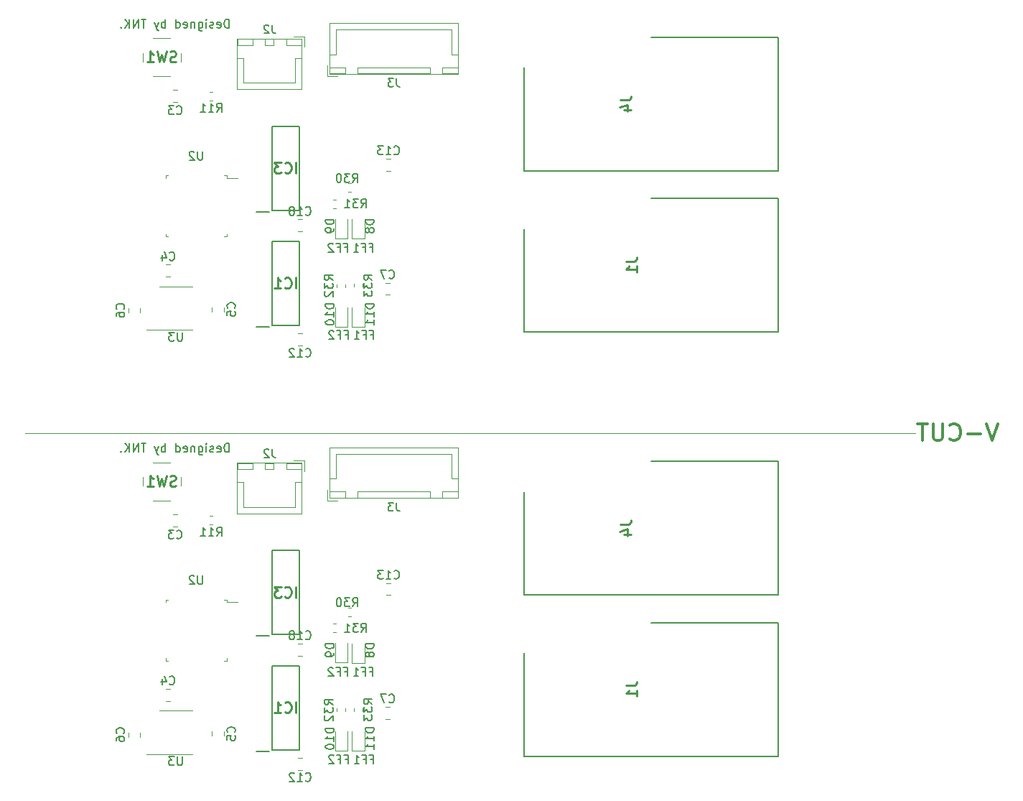
<source format=gbo>
G04 #@! TF.GenerationSoftware,KiCad,Pcbnew,(5.1.4)-1*
G04 #@! TF.CreationDate,2019-11-07T17:21:05+09:00*
G04 #@! TF.ProjectId,CAN_Dual_MDexpress,43414e5f-4475-4616-9c5f-4d4465787072,rev?*
G04 #@! TF.SameCoordinates,Original*
G04 #@! TF.FileFunction,Legend,Bot*
G04 #@! TF.FilePolarity,Positive*
%FSLAX46Y46*%
G04 Gerber Fmt 4.6, Leading zero omitted, Abs format (unit mm)*
G04 Created by KiCad (PCBNEW (5.1.4)-1) date 2019-11-07 17:21:05*
%MOMM*%
%LPD*%
G04 APERTURE LIST*
%ADD10C,0.300000*%
%ADD11C,0.120000*%
%ADD12C,0.150000*%
%ADD13C,0.100000*%
%ADD14C,0.200000*%
%ADD15C,0.254000*%
G04 APERTURE END LIST*
D10*
X224714285Y-83904761D02*
X224047619Y-85904761D01*
X223380952Y-83904761D01*
X222714285Y-85142857D02*
X221190476Y-85142857D01*
X219095238Y-85714285D02*
X219190476Y-85809523D01*
X219476190Y-85904761D01*
X219666666Y-85904761D01*
X219952380Y-85809523D01*
X220142857Y-85619047D01*
X220238095Y-85428571D01*
X220333333Y-85047619D01*
X220333333Y-84761904D01*
X220238095Y-84380952D01*
X220142857Y-84190476D01*
X219952380Y-84000000D01*
X219666666Y-83904761D01*
X219476190Y-83904761D01*
X219190476Y-84000000D01*
X219095238Y-84095238D01*
X218238095Y-83904761D02*
X218238095Y-85523809D01*
X218142857Y-85714285D01*
X218047619Y-85809523D01*
X217857142Y-85904761D01*
X217476190Y-85904761D01*
X217285714Y-85809523D01*
X217190476Y-85714285D01*
X217095238Y-85523809D01*
X217095238Y-83904761D01*
X216428571Y-83904761D02*
X215285714Y-83904761D01*
X215857142Y-85904761D02*
X215857142Y-83904761D01*
D11*
X110000000Y-85000000D02*
X215000000Y-85000000D01*
D12*
X134057142Y-37252380D02*
X134057142Y-36252380D01*
X133819047Y-36252380D01*
X133676190Y-36300000D01*
X133580952Y-36395238D01*
X133533333Y-36490476D01*
X133485714Y-36680952D01*
X133485714Y-36823809D01*
X133533333Y-37014285D01*
X133580952Y-37109523D01*
X133676190Y-37204761D01*
X133819047Y-37252380D01*
X134057142Y-37252380D01*
X132676190Y-37204761D02*
X132771428Y-37252380D01*
X132961904Y-37252380D01*
X133057142Y-37204761D01*
X133104761Y-37109523D01*
X133104761Y-36728571D01*
X133057142Y-36633333D01*
X132961904Y-36585714D01*
X132771428Y-36585714D01*
X132676190Y-36633333D01*
X132628571Y-36728571D01*
X132628571Y-36823809D01*
X133104761Y-36919047D01*
X132247619Y-37204761D02*
X132152380Y-37252380D01*
X131961904Y-37252380D01*
X131866666Y-37204761D01*
X131819047Y-37109523D01*
X131819047Y-37061904D01*
X131866666Y-36966666D01*
X131961904Y-36919047D01*
X132104761Y-36919047D01*
X132200000Y-36871428D01*
X132247619Y-36776190D01*
X132247619Y-36728571D01*
X132200000Y-36633333D01*
X132104761Y-36585714D01*
X131961904Y-36585714D01*
X131866666Y-36633333D01*
X131390476Y-37252380D02*
X131390476Y-36585714D01*
X131390476Y-36252380D02*
X131438095Y-36300000D01*
X131390476Y-36347619D01*
X131342857Y-36300000D01*
X131390476Y-36252380D01*
X131390476Y-36347619D01*
X130485714Y-36585714D02*
X130485714Y-37395238D01*
X130533333Y-37490476D01*
X130580952Y-37538095D01*
X130676190Y-37585714D01*
X130819047Y-37585714D01*
X130914285Y-37538095D01*
X130485714Y-37204761D02*
X130580952Y-37252380D01*
X130771428Y-37252380D01*
X130866666Y-37204761D01*
X130914285Y-37157142D01*
X130961904Y-37061904D01*
X130961904Y-36776190D01*
X130914285Y-36680952D01*
X130866666Y-36633333D01*
X130771428Y-36585714D01*
X130580952Y-36585714D01*
X130485714Y-36633333D01*
X130009523Y-36585714D02*
X130009523Y-37252380D01*
X130009523Y-36680952D02*
X129961904Y-36633333D01*
X129866666Y-36585714D01*
X129723809Y-36585714D01*
X129628571Y-36633333D01*
X129580952Y-36728571D01*
X129580952Y-37252380D01*
X128723809Y-37204761D02*
X128819047Y-37252380D01*
X129009523Y-37252380D01*
X129104761Y-37204761D01*
X129152380Y-37109523D01*
X129152380Y-36728571D01*
X129104761Y-36633333D01*
X129009523Y-36585714D01*
X128819047Y-36585714D01*
X128723809Y-36633333D01*
X128676190Y-36728571D01*
X128676190Y-36823809D01*
X129152380Y-36919047D01*
X127819047Y-37252380D02*
X127819047Y-36252380D01*
X127819047Y-37204761D02*
X127914285Y-37252380D01*
X128104761Y-37252380D01*
X128200000Y-37204761D01*
X128247619Y-37157142D01*
X128295238Y-37061904D01*
X128295238Y-36776190D01*
X128247619Y-36680952D01*
X128200000Y-36633333D01*
X128104761Y-36585714D01*
X127914285Y-36585714D01*
X127819047Y-36633333D01*
X126580952Y-37252380D02*
X126580952Y-36252380D01*
X126580952Y-36633333D02*
X126485714Y-36585714D01*
X126295238Y-36585714D01*
X126200000Y-36633333D01*
X126152380Y-36680952D01*
X126104761Y-36776190D01*
X126104761Y-37061904D01*
X126152380Y-37157142D01*
X126200000Y-37204761D01*
X126295238Y-37252380D01*
X126485714Y-37252380D01*
X126580952Y-37204761D01*
X125771428Y-36585714D02*
X125533333Y-37252380D01*
X125295238Y-36585714D02*
X125533333Y-37252380D01*
X125628571Y-37490476D01*
X125676190Y-37538095D01*
X125771428Y-37585714D01*
X124295238Y-36252380D02*
X123723809Y-36252380D01*
X124009523Y-37252380D02*
X124009523Y-36252380D01*
X123390476Y-37252380D02*
X123390476Y-36252380D01*
X122819047Y-37252380D01*
X122819047Y-36252380D01*
X122342857Y-37252380D02*
X122342857Y-36252380D01*
X121771428Y-37252380D02*
X122200000Y-36680952D01*
X121771428Y-36252380D02*
X122342857Y-36823809D01*
X121342857Y-37157142D02*
X121295238Y-37204761D01*
X121342857Y-37252380D01*
X121390476Y-37204761D01*
X121342857Y-37157142D01*
X121342857Y-37252380D01*
X150761904Y-73428571D02*
X151095238Y-73428571D01*
X151095238Y-73952380D02*
X151095238Y-72952380D01*
X150619047Y-72952380D01*
X149904761Y-73428571D02*
X150238095Y-73428571D01*
X150238095Y-73952380D02*
X150238095Y-72952380D01*
X149761904Y-72952380D01*
X148857142Y-73952380D02*
X149428571Y-73952380D01*
X149142857Y-73952380D02*
X149142857Y-72952380D01*
X149238095Y-73095238D01*
X149333333Y-73190476D01*
X149428571Y-73238095D01*
X147761904Y-73428571D02*
X148095238Y-73428571D01*
X148095238Y-73952380D02*
X148095238Y-72952380D01*
X147619047Y-72952380D01*
X146904761Y-73428571D02*
X147238095Y-73428571D01*
X147238095Y-73952380D02*
X147238095Y-72952380D01*
X146761904Y-72952380D01*
X146428571Y-73047619D02*
X146380952Y-73000000D01*
X146285714Y-72952380D01*
X146047619Y-72952380D01*
X145952380Y-73000000D01*
X145904761Y-73047619D01*
X145857142Y-73142857D01*
X145857142Y-73238095D01*
X145904761Y-73380952D01*
X146476190Y-73952380D01*
X145857142Y-73952380D01*
X147689904Y-63126571D02*
X148023238Y-63126571D01*
X148023238Y-63650380D02*
X148023238Y-62650380D01*
X147547047Y-62650380D01*
X146832761Y-63126571D02*
X147166095Y-63126571D01*
X147166095Y-63650380D02*
X147166095Y-62650380D01*
X146689904Y-62650380D01*
X146356571Y-62745619D02*
X146308952Y-62698000D01*
X146213714Y-62650380D01*
X145975619Y-62650380D01*
X145880380Y-62698000D01*
X145832761Y-62745619D01*
X145785142Y-62840857D01*
X145785142Y-62936095D01*
X145832761Y-63078952D01*
X146404190Y-63650380D01*
X145785142Y-63650380D01*
X150689904Y-63126571D02*
X151023238Y-63126571D01*
X151023238Y-63650380D02*
X151023238Y-62650380D01*
X150547047Y-62650380D01*
X149832761Y-63126571D02*
X150166095Y-63126571D01*
X150166095Y-63650380D02*
X150166095Y-62650380D01*
X149689904Y-62650380D01*
X148785142Y-63650380D02*
X149356571Y-63650380D01*
X149070857Y-63650380D02*
X149070857Y-62650380D01*
X149166095Y-62793238D01*
X149261333Y-62888476D01*
X149356571Y-62936095D01*
X134057142Y-87252380D02*
X134057142Y-86252380D01*
X133819047Y-86252380D01*
X133676190Y-86300000D01*
X133580952Y-86395238D01*
X133533333Y-86490476D01*
X133485714Y-86680952D01*
X133485714Y-86823809D01*
X133533333Y-87014285D01*
X133580952Y-87109523D01*
X133676190Y-87204761D01*
X133819047Y-87252380D01*
X134057142Y-87252380D01*
X132676190Y-87204761D02*
X132771428Y-87252380D01*
X132961904Y-87252380D01*
X133057142Y-87204761D01*
X133104761Y-87109523D01*
X133104761Y-86728571D01*
X133057142Y-86633333D01*
X132961904Y-86585714D01*
X132771428Y-86585714D01*
X132676190Y-86633333D01*
X132628571Y-86728571D01*
X132628571Y-86823809D01*
X133104761Y-86919047D01*
X132247619Y-87204761D02*
X132152380Y-87252380D01*
X131961904Y-87252380D01*
X131866666Y-87204761D01*
X131819047Y-87109523D01*
X131819047Y-87061904D01*
X131866666Y-86966666D01*
X131961904Y-86919047D01*
X132104761Y-86919047D01*
X132200000Y-86871428D01*
X132247619Y-86776190D01*
X132247619Y-86728571D01*
X132200000Y-86633333D01*
X132104761Y-86585714D01*
X131961904Y-86585714D01*
X131866666Y-86633333D01*
X131390476Y-87252380D02*
X131390476Y-86585714D01*
X131390476Y-86252380D02*
X131438095Y-86300000D01*
X131390476Y-86347619D01*
X131342857Y-86300000D01*
X131390476Y-86252380D01*
X131390476Y-86347619D01*
X130485714Y-86585714D02*
X130485714Y-87395238D01*
X130533333Y-87490476D01*
X130580952Y-87538095D01*
X130676190Y-87585714D01*
X130819047Y-87585714D01*
X130914285Y-87538095D01*
X130485714Y-87204761D02*
X130580952Y-87252380D01*
X130771428Y-87252380D01*
X130866666Y-87204761D01*
X130914285Y-87157142D01*
X130961904Y-87061904D01*
X130961904Y-86776190D01*
X130914285Y-86680952D01*
X130866666Y-86633333D01*
X130771428Y-86585714D01*
X130580952Y-86585714D01*
X130485714Y-86633333D01*
X130009523Y-86585714D02*
X130009523Y-87252380D01*
X130009523Y-86680952D02*
X129961904Y-86633333D01*
X129866666Y-86585714D01*
X129723809Y-86585714D01*
X129628571Y-86633333D01*
X129580952Y-86728571D01*
X129580952Y-87252380D01*
X128723809Y-87204761D02*
X128819047Y-87252380D01*
X129009523Y-87252380D01*
X129104761Y-87204761D01*
X129152380Y-87109523D01*
X129152380Y-86728571D01*
X129104761Y-86633333D01*
X129009523Y-86585714D01*
X128819047Y-86585714D01*
X128723809Y-86633333D01*
X128676190Y-86728571D01*
X128676190Y-86823809D01*
X129152380Y-86919047D01*
X127819047Y-87252380D02*
X127819047Y-86252380D01*
X127819047Y-87204761D02*
X127914285Y-87252380D01*
X128104761Y-87252380D01*
X128200000Y-87204761D01*
X128247619Y-87157142D01*
X128295238Y-87061904D01*
X128295238Y-86776190D01*
X128247619Y-86680952D01*
X128200000Y-86633333D01*
X128104761Y-86585714D01*
X127914285Y-86585714D01*
X127819047Y-86633333D01*
X126580952Y-87252380D02*
X126580952Y-86252380D01*
X126580952Y-86633333D02*
X126485714Y-86585714D01*
X126295238Y-86585714D01*
X126200000Y-86633333D01*
X126152380Y-86680952D01*
X126104761Y-86776190D01*
X126104761Y-87061904D01*
X126152380Y-87157142D01*
X126200000Y-87204761D01*
X126295238Y-87252380D01*
X126485714Y-87252380D01*
X126580952Y-87204761D01*
X125771428Y-86585714D02*
X125533333Y-87252380D01*
X125295238Y-86585714D02*
X125533333Y-87252380D01*
X125628571Y-87490476D01*
X125676190Y-87538095D01*
X125771428Y-87585714D01*
X124295238Y-86252380D02*
X123723809Y-86252380D01*
X124009523Y-87252380D02*
X124009523Y-86252380D01*
X123390476Y-87252380D02*
X123390476Y-86252380D01*
X122819047Y-87252380D01*
X122819047Y-86252380D01*
X122342857Y-87252380D02*
X122342857Y-86252380D01*
X121771428Y-87252380D02*
X122200000Y-86680952D01*
X121771428Y-86252380D02*
X122342857Y-86823809D01*
X121342857Y-87157142D02*
X121295238Y-87204761D01*
X121342857Y-87252380D01*
X121390476Y-87204761D01*
X121342857Y-87157142D01*
X121342857Y-87252380D01*
X150761904Y-123428571D02*
X151095238Y-123428571D01*
X151095238Y-123952380D02*
X151095238Y-122952380D01*
X150619047Y-122952380D01*
X149904761Y-123428571D02*
X150238095Y-123428571D01*
X150238095Y-123952380D02*
X150238095Y-122952380D01*
X149761904Y-122952380D01*
X148857142Y-123952380D02*
X149428571Y-123952380D01*
X149142857Y-123952380D02*
X149142857Y-122952380D01*
X149238095Y-123095238D01*
X149333333Y-123190476D01*
X149428571Y-123238095D01*
X147761904Y-123428571D02*
X148095238Y-123428571D01*
X148095238Y-123952380D02*
X148095238Y-122952380D01*
X147619047Y-122952380D01*
X146904761Y-123428571D02*
X147238095Y-123428571D01*
X147238095Y-123952380D02*
X147238095Y-122952380D01*
X146761904Y-122952380D01*
X146428571Y-123047619D02*
X146380952Y-123000000D01*
X146285714Y-122952380D01*
X146047619Y-122952380D01*
X145952380Y-123000000D01*
X145904761Y-123047619D01*
X145857142Y-123142857D01*
X145857142Y-123238095D01*
X145904761Y-123380952D01*
X146476190Y-123952380D01*
X145857142Y-123952380D01*
X147689904Y-113126571D02*
X148023238Y-113126571D01*
X148023238Y-113650380D02*
X148023238Y-112650380D01*
X147547047Y-112650380D01*
X146832761Y-113126571D02*
X147166095Y-113126571D01*
X147166095Y-113650380D02*
X147166095Y-112650380D01*
X146689904Y-112650380D01*
X146356571Y-112745619D02*
X146308952Y-112698000D01*
X146213714Y-112650380D01*
X145975619Y-112650380D01*
X145880380Y-112698000D01*
X145832761Y-112745619D01*
X145785142Y-112840857D01*
X145785142Y-112936095D01*
X145832761Y-113078952D01*
X146404190Y-113650380D01*
X145785142Y-113650380D01*
X150689904Y-113126571D02*
X151023238Y-113126571D01*
X151023238Y-113650380D02*
X151023238Y-112650380D01*
X150547047Y-112650380D01*
X149832761Y-113126571D02*
X150166095Y-113126571D01*
X150166095Y-113650380D02*
X150166095Y-112650380D01*
X149689904Y-112650380D01*
X148785142Y-113650380D02*
X149356571Y-113650380D01*
X149070857Y-113650380D02*
X149070857Y-112650380D01*
X149166095Y-112793238D01*
X149261333Y-112888476D01*
X149356571Y-112936095D01*
D11*
X126888000Y-61856000D02*
X126588000Y-61856000D01*
X126588000Y-61856000D02*
X126588000Y-61556000D01*
X133508000Y-61856000D02*
X133808000Y-61856000D01*
X133808000Y-61856000D02*
X133808000Y-61556000D01*
X126888000Y-54636000D02*
X126588000Y-54636000D01*
X126588000Y-54636000D02*
X126588000Y-54936000D01*
X133508000Y-54636000D02*
X133808000Y-54636000D01*
X133808000Y-54636000D02*
X133808000Y-54936000D01*
X133808000Y-54936000D02*
X135123000Y-54936000D01*
D13*
X127134000Y-38470000D02*
X125134000Y-38470000D01*
X127134000Y-42970000D02*
X125134000Y-42970000D01*
X128384000Y-40220000D02*
X128384000Y-41220000D01*
X123884000Y-40220000D02*
X123884000Y-41220000D01*
D14*
X137289000Y-58921000D02*
X138789000Y-58921000D01*
X139139000Y-48851000D02*
X139139000Y-58751000D01*
X142339000Y-48851000D02*
X139139000Y-48851000D01*
X142339000Y-58751000D02*
X142339000Y-48851000D01*
X139139000Y-58751000D02*
X142339000Y-58751000D01*
D11*
X127800000Y-67740000D02*
X129750000Y-67740000D01*
X127800000Y-67740000D02*
X125850000Y-67740000D01*
X127800000Y-72860000D02*
X129750000Y-72860000D01*
X127800000Y-72860000D02*
X124350000Y-72860000D01*
X123610000Y-70821078D02*
X123610000Y-70303922D01*
X122190000Y-70821078D02*
X122190000Y-70303922D01*
D14*
X137289000Y-72510000D02*
X138789000Y-72510000D01*
X139139000Y-62440000D02*
X139139000Y-72340000D01*
X142339000Y-62440000D02*
X139139000Y-62440000D01*
X142339000Y-72340000D02*
X142339000Y-62440000D01*
X139139000Y-72340000D02*
X142339000Y-72340000D01*
D11*
X132138779Y-44782000D02*
X131813221Y-44782000D01*
X132138779Y-45802000D02*
X131813221Y-45802000D01*
X153058578Y-68710000D02*
X152541422Y-68710000D01*
X153058578Y-67290000D02*
X152541422Y-67290000D01*
X127154578Y-66576000D02*
X126637422Y-66576000D01*
X127154578Y-65156000D02*
X126637422Y-65156000D01*
X153158578Y-54110000D02*
X152641422Y-54110000D01*
X153158578Y-52690000D02*
X152641422Y-52690000D01*
X127995078Y-44582000D02*
X127477922Y-44582000D01*
X127995078Y-46002000D02*
X127477922Y-46002000D01*
X133448000Y-70696578D02*
X133448000Y-70179422D01*
X132028000Y-70696578D02*
X132028000Y-70179422D01*
X142721078Y-61242000D02*
X142203922Y-61242000D01*
X142721078Y-59822000D02*
X142203922Y-59822000D01*
X142721078Y-74704000D02*
X142203922Y-74704000D01*
X142721078Y-73284000D02*
X142203922Y-73284000D01*
X148035000Y-59787500D02*
X148035000Y-62072500D01*
X148035000Y-62072500D02*
X146565000Y-62072500D01*
X146565000Y-62072500D02*
X146565000Y-59787500D01*
X142660000Y-38540000D02*
X142660000Y-44510000D01*
X142660000Y-44510000D02*
X135040000Y-44510000D01*
X135040000Y-44510000D02*
X135040000Y-38540000D01*
X135040000Y-38540000D02*
X142660000Y-38540000D01*
X139350000Y-38550000D02*
X139350000Y-39300000D01*
X139350000Y-39300000D02*
X138350000Y-39300000D01*
X138350000Y-39300000D02*
X138350000Y-38550000D01*
X138350000Y-38550000D02*
X139350000Y-38550000D01*
X142650000Y-38550000D02*
X142650000Y-39300000D01*
X142650000Y-39300000D02*
X140850000Y-39300000D01*
X140850000Y-39300000D02*
X140850000Y-38550000D01*
X140850000Y-38550000D02*
X142650000Y-38550000D01*
X136850000Y-38550000D02*
X136850000Y-39300000D01*
X136850000Y-39300000D02*
X135050000Y-39300000D01*
X135050000Y-39300000D02*
X135050000Y-38550000D01*
X135050000Y-38550000D02*
X136850000Y-38550000D01*
X142650000Y-40800000D02*
X141900000Y-40800000D01*
X141900000Y-40800000D02*
X141900000Y-43750000D01*
X141900000Y-43750000D02*
X138850000Y-43750000D01*
X135050000Y-40800000D02*
X135800000Y-40800000D01*
X135800000Y-40800000D02*
X135800000Y-43750000D01*
X135800000Y-43750000D02*
X138850000Y-43750000D01*
X141700000Y-38250000D02*
X142950000Y-38250000D01*
X142950000Y-38250000D02*
X142950000Y-39500000D01*
X148790000Y-67437221D02*
X148790000Y-67762779D01*
X149810000Y-67437221D02*
X149810000Y-67762779D01*
X146565000Y-72472500D02*
X146565000Y-70187500D01*
X148035000Y-72472500D02*
X146565000Y-72472500D01*
X148035000Y-70187500D02*
X148035000Y-72472500D01*
X150035000Y-70187500D02*
X150035000Y-72472500D01*
X150035000Y-72472500D02*
X148565000Y-72472500D01*
X148565000Y-72472500D02*
X148565000Y-70187500D01*
X148137221Y-56610000D02*
X148462779Y-56610000D01*
X148137221Y-55590000D02*
X148462779Y-55590000D01*
X146324721Y-58510000D02*
X146650279Y-58510000D01*
X146324721Y-57490000D02*
X146650279Y-57490000D01*
D14*
X168898000Y-60950000D02*
X168898000Y-73103000D01*
X168898000Y-73103000D02*
X198862000Y-73100000D01*
X198862000Y-73100000D02*
X198848000Y-57350000D01*
X198858000Y-57350000D02*
X183898000Y-57368000D01*
D11*
X150035000Y-59812500D02*
X150035000Y-62097500D01*
X150035000Y-62097500D02*
X148565000Y-62097500D01*
X148565000Y-62097500D02*
X148565000Y-59812500D01*
X146790000Y-67474721D02*
X146790000Y-67800279D01*
X147810000Y-67474721D02*
X147810000Y-67800279D01*
D14*
X168898000Y-41950000D02*
X168898000Y-54103000D01*
X168898000Y-54103000D02*
X198862000Y-54100000D01*
X198862000Y-54100000D02*
X198848000Y-38350000D01*
X198858000Y-38350000D02*
X183898000Y-38368000D01*
D11*
X145940000Y-42660000D02*
X145940000Y-36690000D01*
X145940000Y-36690000D02*
X161060000Y-36690000D01*
X161060000Y-36690000D02*
X161060000Y-42660000D01*
X161060000Y-42660000D02*
X145940000Y-42660000D01*
X149250000Y-42650000D02*
X149250000Y-41900000D01*
X149250000Y-41900000D02*
X157750000Y-41900000D01*
X157750000Y-41900000D02*
X157750000Y-42650000D01*
X157750000Y-42650000D02*
X149250000Y-42650000D01*
X145950000Y-42650000D02*
X145950000Y-41900000D01*
X145950000Y-41900000D02*
X147750000Y-41900000D01*
X147750000Y-41900000D02*
X147750000Y-42650000D01*
X147750000Y-42650000D02*
X145950000Y-42650000D01*
X159250000Y-42650000D02*
X159250000Y-41900000D01*
X159250000Y-41900000D02*
X161050000Y-41900000D01*
X161050000Y-41900000D02*
X161050000Y-42650000D01*
X161050000Y-42650000D02*
X159250000Y-42650000D01*
X145950000Y-40400000D02*
X146700000Y-40400000D01*
X146700000Y-40400000D02*
X146700000Y-37450000D01*
X146700000Y-37450000D02*
X153500000Y-37450000D01*
X161050000Y-40400000D02*
X160300000Y-40400000D01*
X160300000Y-40400000D02*
X160300000Y-37450000D01*
X160300000Y-37450000D02*
X153500000Y-37450000D01*
X146900000Y-42950000D02*
X145650000Y-42950000D01*
X145650000Y-42950000D02*
X145650000Y-41700000D01*
X127995078Y-94582000D02*
X127477922Y-94582000D01*
X127995078Y-96002000D02*
X127477922Y-96002000D01*
X127154578Y-116576000D02*
X126637422Y-116576000D01*
X127154578Y-115156000D02*
X126637422Y-115156000D01*
X133448000Y-120696578D02*
X133448000Y-120179422D01*
X132028000Y-120696578D02*
X132028000Y-120179422D01*
X153058578Y-118710000D02*
X152541422Y-118710000D01*
X153058578Y-117290000D02*
X152541422Y-117290000D01*
X153158578Y-104110000D02*
X152641422Y-104110000D01*
X153158578Y-102690000D02*
X152641422Y-102690000D01*
X142721078Y-124704000D02*
X142203922Y-124704000D01*
X142721078Y-123284000D02*
X142203922Y-123284000D01*
X142721078Y-111242000D02*
X142203922Y-111242000D01*
X142721078Y-109822000D02*
X142203922Y-109822000D01*
D14*
X137289000Y-122510000D02*
X138789000Y-122510000D01*
X139139000Y-112440000D02*
X139139000Y-122340000D01*
X142339000Y-112440000D02*
X139139000Y-112440000D01*
X142339000Y-122340000D02*
X142339000Y-112440000D01*
X139139000Y-122340000D02*
X142339000Y-122340000D01*
D11*
X132138779Y-94782000D02*
X131813221Y-94782000D01*
X132138779Y-95802000D02*
X131813221Y-95802000D01*
D14*
X137289000Y-108921000D02*
X138789000Y-108921000D01*
X139139000Y-98851000D02*
X139139000Y-108751000D01*
X142339000Y-98851000D02*
X139139000Y-98851000D01*
X142339000Y-108751000D02*
X142339000Y-98851000D01*
X139139000Y-108751000D02*
X142339000Y-108751000D01*
D11*
X126888000Y-111856000D02*
X126588000Y-111856000D01*
X126588000Y-111856000D02*
X126588000Y-111556000D01*
X133508000Y-111856000D02*
X133808000Y-111856000D01*
X133808000Y-111856000D02*
X133808000Y-111556000D01*
X126888000Y-104636000D02*
X126588000Y-104636000D01*
X126588000Y-104636000D02*
X126588000Y-104936000D01*
X133508000Y-104636000D02*
X133808000Y-104636000D01*
X133808000Y-104636000D02*
X133808000Y-104936000D01*
X133808000Y-104936000D02*
X135123000Y-104936000D01*
D13*
X127134000Y-88470000D02*
X125134000Y-88470000D01*
X127134000Y-92970000D02*
X125134000Y-92970000D01*
X128384000Y-90220000D02*
X128384000Y-91220000D01*
X123884000Y-90220000D02*
X123884000Y-91220000D01*
D11*
X127800000Y-117740000D02*
X129750000Y-117740000D01*
X127800000Y-117740000D02*
X125850000Y-117740000D01*
X127800000Y-122860000D02*
X129750000Y-122860000D01*
X127800000Y-122860000D02*
X124350000Y-122860000D01*
X123610000Y-120821078D02*
X123610000Y-120303922D01*
X122190000Y-120821078D02*
X122190000Y-120303922D01*
D14*
X168898000Y-110950000D02*
X168898000Y-123103000D01*
X168898000Y-123103000D02*
X198862000Y-123100000D01*
X198862000Y-123100000D02*
X198848000Y-107350000D01*
X198858000Y-107350000D02*
X183898000Y-107368000D01*
X168898000Y-91950000D02*
X168898000Y-104103000D01*
X168898000Y-104103000D02*
X198862000Y-104100000D01*
X198862000Y-104100000D02*
X198848000Y-88350000D01*
X198858000Y-88350000D02*
X183898000Y-88368000D01*
D11*
X142660000Y-88540000D02*
X142660000Y-94510000D01*
X142660000Y-94510000D02*
X135040000Y-94510000D01*
X135040000Y-94510000D02*
X135040000Y-88540000D01*
X135040000Y-88540000D02*
X142660000Y-88540000D01*
X139350000Y-88550000D02*
X139350000Y-89300000D01*
X139350000Y-89300000D02*
X138350000Y-89300000D01*
X138350000Y-89300000D02*
X138350000Y-88550000D01*
X138350000Y-88550000D02*
X139350000Y-88550000D01*
X142650000Y-88550000D02*
X142650000Y-89300000D01*
X142650000Y-89300000D02*
X140850000Y-89300000D01*
X140850000Y-89300000D02*
X140850000Y-88550000D01*
X140850000Y-88550000D02*
X142650000Y-88550000D01*
X136850000Y-88550000D02*
X136850000Y-89300000D01*
X136850000Y-89300000D02*
X135050000Y-89300000D01*
X135050000Y-89300000D02*
X135050000Y-88550000D01*
X135050000Y-88550000D02*
X136850000Y-88550000D01*
X142650000Y-90800000D02*
X141900000Y-90800000D01*
X141900000Y-90800000D02*
X141900000Y-93750000D01*
X141900000Y-93750000D02*
X138850000Y-93750000D01*
X135050000Y-90800000D02*
X135800000Y-90800000D01*
X135800000Y-90800000D02*
X135800000Y-93750000D01*
X135800000Y-93750000D02*
X138850000Y-93750000D01*
X141700000Y-88250000D02*
X142950000Y-88250000D01*
X142950000Y-88250000D02*
X142950000Y-89500000D01*
X145940000Y-92660000D02*
X145940000Y-86690000D01*
X145940000Y-86690000D02*
X161060000Y-86690000D01*
X161060000Y-86690000D02*
X161060000Y-92660000D01*
X161060000Y-92660000D02*
X145940000Y-92660000D01*
X149250000Y-92650000D02*
X149250000Y-91900000D01*
X149250000Y-91900000D02*
X157750000Y-91900000D01*
X157750000Y-91900000D02*
X157750000Y-92650000D01*
X157750000Y-92650000D02*
X149250000Y-92650000D01*
X145950000Y-92650000D02*
X145950000Y-91900000D01*
X145950000Y-91900000D02*
X147750000Y-91900000D01*
X147750000Y-91900000D02*
X147750000Y-92650000D01*
X147750000Y-92650000D02*
X145950000Y-92650000D01*
X159250000Y-92650000D02*
X159250000Y-91900000D01*
X159250000Y-91900000D02*
X161050000Y-91900000D01*
X161050000Y-91900000D02*
X161050000Y-92650000D01*
X161050000Y-92650000D02*
X159250000Y-92650000D01*
X145950000Y-90400000D02*
X146700000Y-90400000D01*
X146700000Y-90400000D02*
X146700000Y-87450000D01*
X146700000Y-87450000D02*
X153500000Y-87450000D01*
X161050000Y-90400000D02*
X160300000Y-90400000D01*
X160300000Y-90400000D02*
X160300000Y-87450000D01*
X160300000Y-87450000D02*
X153500000Y-87450000D01*
X146900000Y-92950000D02*
X145650000Y-92950000D01*
X145650000Y-92950000D02*
X145650000Y-91700000D01*
X150035000Y-109812500D02*
X150035000Y-112097500D01*
X150035000Y-112097500D02*
X148565000Y-112097500D01*
X148565000Y-112097500D02*
X148565000Y-109812500D01*
X148035000Y-109787500D02*
X148035000Y-112072500D01*
X148035000Y-112072500D02*
X146565000Y-112072500D01*
X146565000Y-112072500D02*
X146565000Y-109787500D01*
X146565000Y-122472500D02*
X146565000Y-120187500D01*
X148035000Y-122472500D02*
X146565000Y-122472500D01*
X148035000Y-120187500D02*
X148035000Y-122472500D01*
X150035000Y-120187500D02*
X150035000Y-122472500D01*
X150035000Y-122472500D02*
X148565000Y-122472500D01*
X148565000Y-122472500D02*
X148565000Y-120187500D01*
X148137221Y-106610000D02*
X148462779Y-106610000D01*
X148137221Y-105590000D02*
X148462779Y-105590000D01*
X146324721Y-108510000D02*
X146650279Y-108510000D01*
X146324721Y-107490000D02*
X146650279Y-107490000D01*
X146790000Y-117474721D02*
X146790000Y-117800279D01*
X147810000Y-117474721D02*
X147810000Y-117800279D01*
X148790000Y-117437221D02*
X148790000Y-117762779D01*
X149810000Y-117437221D02*
X149810000Y-117762779D01*
D12*
X130959904Y-51818380D02*
X130959904Y-52627904D01*
X130912285Y-52723142D01*
X130864666Y-52770761D01*
X130769428Y-52818380D01*
X130578952Y-52818380D01*
X130483714Y-52770761D01*
X130436095Y-52723142D01*
X130388476Y-52627904D01*
X130388476Y-51818380D01*
X129959904Y-51913619D02*
X129912285Y-51866000D01*
X129817047Y-51818380D01*
X129578952Y-51818380D01*
X129483714Y-51866000D01*
X129436095Y-51913619D01*
X129388476Y-52008857D01*
X129388476Y-52104095D01*
X129436095Y-52246952D01*
X130007523Y-52818380D01*
X129388476Y-52818380D01*
D15*
X127827333Y-41234047D02*
X127645904Y-41294523D01*
X127343523Y-41294523D01*
X127222571Y-41234047D01*
X127162095Y-41173571D01*
X127101619Y-41052619D01*
X127101619Y-40931666D01*
X127162095Y-40810714D01*
X127222571Y-40750238D01*
X127343523Y-40689761D01*
X127585428Y-40629285D01*
X127706380Y-40568809D01*
X127766857Y-40508333D01*
X127827333Y-40387380D01*
X127827333Y-40266428D01*
X127766857Y-40145476D01*
X127706380Y-40085000D01*
X127585428Y-40024523D01*
X127283047Y-40024523D01*
X127101619Y-40085000D01*
X126678285Y-40024523D02*
X126375904Y-41294523D01*
X126134000Y-40387380D01*
X125892095Y-41294523D01*
X125589714Y-40024523D01*
X124440666Y-41294523D02*
X125166380Y-41294523D01*
X124803523Y-41294523D02*
X124803523Y-40024523D01*
X124924476Y-40205952D01*
X125045428Y-40326904D01*
X125166380Y-40387380D01*
X141978761Y-54375523D02*
X141978761Y-53105523D01*
X140648285Y-54254571D02*
X140708761Y-54315047D01*
X140890190Y-54375523D01*
X141011142Y-54375523D01*
X141192571Y-54315047D01*
X141313523Y-54194095D01*
X141374000Y-54073142D01*
X141434476Y-53831238D01*
X141434476Y-53649809D01*
X141374000Y-53407904D01*
X141313523Y-53286952D01*
X141192571Y-53166000D01*
X141011142Y-53105523D01*
X140890190Y-53105523D01*
X140708761Y-53166000D01*
X140648285Y-53226476D01*
X140224952Y-53105523D02*
X139438761Y-53105523D01*
X139862095Y-53589333D01*
X139680666Y-53589333D01*
X139559714Y-53649809D01*
X139499238Y-53710285D01*
X139438761Y-53831238D01*
X139438761Y-54133619D01*
X139499238Y-54254571D01*
X139559714Y-54315047D01*
X139680666Y-54375523D01*
X140043523Y-54375523D01*
X140164476Y-54315047D01*
X140224952Y-54254571D01*
D12*
X128561904Y-73152380D02*
X128561904Y-73961904D01*
X128514285Y-74057142D01*
X128466666Y-74104761D01*
X128371428Y-74152380D01*
X128180952Y-74152380D01*
X128085714Y-74104761D01*
X128038095Y-74057142D01*
X127990476Y-73961904D01*
X127990476Y-73152380D01*
X127609523Y-73152380D02*
X126990476Y-73152380D01*
X127323809Y-73533333D01*
X127180952Y-73533333D01*
X127085714Y-73580952D01*
X127038095Y-73628571D01*
X126990476Y-73723809D01*
X126990476Y-73961904D01*
X127038095Y-74057142D01*
X127085714Y-74104761D01*
X127180952Y-74152380D01*
X127466666Y-74152380D01*
X127561904Y-74104761D01*
X127609523Y-74057142D01*
X121657142Y-70395833D02*
X121704761Y-70348214D01*
X121752380Y-70205357D01*
X121752380Y-70110119D01*
X121704761Y-69967261D01*
X121609523Y-69872023D01*
X121514285Y-69824404D01*
X121323809Y-69776785D01*
X121180952Y-69776785D01*
X120990476Y-69824404D01*
X120895238Y-69872023D01*
X120800000Y-69967261D01*
X120752380Y-70110119D01*
X120752380Y-70205357D01*
X120800000Y-70348214D01*
X120847619Y-70395833D01*
X120752380Y-71252976D02*
X120752380Y-71062500D01*
X120800000Y-70967261D01*
X120847619Y-70919642D01*
X120990476Y-70824404D01*
X121180952Y-70776785D01*
X121561904Y-70776785D01*
X121657142Y-70824404D01*
X121704761Y-70872023D01*
X121752380Y-70967261D01*
X121752380Y-71157738D01*
X121704761Y-71252976D01*
X121657142Y-71300595D01*
X121561904Y-71348214D01*
X121323809Y-71348214D01*
X121228571Y-71300595D01*
X121180952Y-71252976D01*
X121133333Y-71157738D01*
X121133333Y-70967261D01*
X121180952Y-70872023D01*
X121228571Y-70824404D01*
X121323809Y-70776785D01*
D15*
X141978761Y-67964523D02*
X141978761Y-66694523D01*
X140648285Y-67843571D02*
X140708761Y-67904047D01*
X140890190Y-67964523D01*
X141011142Y-67964523D01*
X141192571Y-67904047D01*
X141313523Y-67783095D01*
X141374000Y-67662142D01*
X141434476Y-67420238D01*
X141434476Y-67238809D01*
X141374000Y-66996904D01*
X141313523Y-66875952D01*
X141192571Y-66755000D01*
X141011142Y-66694523D01*
X140890190Y-66694523D01*
X140708761Y-66755000D01*
X140648285Y-66815476D01*
X139438761Y-67964523D02*
X140164476Y-67964523D01*
X139801619Y-67964523D02*
X139801619Y-66694523D01*
X139922571Y-66875952D01*
X140043523Y-66996904D01*
X140164476Y-67057380D01*
D12*
X132618857Y-47152380D02*
X132952190Y-46676190D01*
X133190285Y-47152380D02*
X133190285Y-46152380D01*
X132809333Y-46152380D01*
X132714095Y-46200000D01*
X132666476Y-46247619D01*
X132618857Y-46342857D01*
X132618857Y-46485714D01*
X132666476Y-46580952D01*
X132714095Y-46628571D01*
X132809333Y-46676190D01*
X133190285Y-46676190D01*
X131666476Y-47152380D02*
X132237904Y-47152380D01*
X131952190Y-47152380D02*
X131952190Y-46152380D01*
X132047428Y-46295238D01*
X132142666Y-46390476D01*
X132237904Y-46438095D01*
X130714095Y-47152380D02*
X131285523Y-47152380D01*
X130999809Y-47152380D02*
X130999809Y-46152380D01*
X131095047Y-46295238D01*
X131190285Y-46390476D01*
X131285523Y-46438095D01*
X152966666Y-66707142D02*
X153014285Y-66754761D01*
X153157142Y-66802380D01*
X153252380Y-66802380D01*
X153395238Y-66754761D01*
X153490476Y-66659523D01*
X153538095Y-66564285D01*
X153585714Y-66373809D01*
X153585714Y-66230952D01*
X153538095Y-66040476D01*
X153490476Y-65945238D01*
X153395238Y-65850000D01*
X153252380Y-65802380D01*
X153157142Y-65802380D01*
X153014285Y-65850000D01*
X152966666Y-65897619D01*
X152633333Y-65802380D02*
X151966666Y-65802380D01*
X152395238Y-66802380D01*
X127062666Y-64573142D02*
X127110285Y-64620761D01*
X127253142Y-64668380D01*
X127348380Y-64668380D01*
X127491238Y-64620761D01*
X127586476Y-64525523D01*
X127634095Y-64430285D01*
X127681714Y-64239809D01*
X127681714Y-64096952D01*
X127634095Y-63906476D01*
X127586476Y-63811238D01*
X127491238Y-63716000D01*
X127348380Y-63668380D01*
X127253142Y-63668380D01*
X127110285Y-63716000D01*
X127062666Y-63763619D01*
X126205523Y-64001714D02*
X126205523Y-64668380D01*
X126443619Y-63620761D02*
X126681714Y-64335047D01*
X126062666Y-64335047D01*
X153542857Y-52107142D02*
X153590476Y-52154761D01*
X153733333Y-52202380D01*
X153828571Y-52202380D01*
X153971428Y-52154761D01*
X154066666Y-52059523D01*
X154114285Y-51964285D01*
X154161904Y-51773809D01*
X154161904Y-51630952D01*
X154114285Y-51440476D01*
X154066666Y-51345238D01*
X153971428Y-51250000D01*
X153828571Y-51202380D01*
X153733333Y-51202380D01*
X153590476Y-51250000D01*
X153542857Y-51297619D01*
X152590476Y-52202380D02*
X153161904Y-52202380D01*
X152876190Y-52202380D02*
X152876190Y-51202380D01*
X152971428Y-51345238D01*
X153066666Y-51440476D01*
X153161904Y-51488095D01*
X152257142Y-51202380D02*
X151638095Y-51202380D01*
X151971428Y-51583333D01*
X151828571Y-51583333D01*
X151733333Y-51630952D01*
X151685714Y-51678571D01*
X151638095Y-51773809D01*
X151638095Y-52011904D01*
X151685714Y-52107142D01*
X151733333Y-52154761D01*
X151828571Y-52202380D01*
X152114285Y-52202380D01*
X152209523Y-52154761D01*
X152257142Y-52107142D01*
X127903166Y-47357142D02*
X127950785Y-47404761D01*
X128093642Y-47452380D01*
X128188880Y-47452380D01*
X128331738Y-47404761D01*
X128426976Y-47309523D01*
X128474595Y-47214285D01*
X128522214Y-47023809D01*
X128522214Y-46880952D01*
X128474595Y-46690476D01*
X128426976Y-46595238D01*
X128331738Y-46500000D01*
X128188880Y-46452380D01*
X128093642Y-46452380D01*
X127950785Y-46500000D01*
X127903166Y-46547619D01*
X127569833Y-46452380D02*
X126950785Y-46452380D01*
X127284119Y-46833333D01*
X127141261Y-46833333D01*
X127046023Y-46880952D01*
X126998404Y-46928571D01*
X126950785Y-47023809D01*
X126950785Y-47261904D01*
X126998404Y-47357142D01*
X127046023Y-47404761D01*
X127141261Y-47452380D01*
X127426976Y-47452380D01*
X127522214Y-47404761D01*
X127569833Y-47357142D01*
X134745142Y-70271333D02*
X134792761Y-70223714D01*
X134840380Y-70080857D01*
X134840380Y-69985619D01*
X134792761Y-69842761D01*
X134697523Y-69747523D01*
X134602285Y-69699904D01*
X134411809Y-69652285D01*
X134268952Y-69652285D01*
X134078476Y-69699904D01*
X133983238Y-69747523D01*
X133888000Y-69842761D01*
X133840380Y-69985619D01*
X133840380Y-70080857D01*
X133888000Y-70223714D01*
X133935619Y-70271333D01*
X133840380Y-71176095D02*
X133840380Y-70699904D01*
X134316571Y-70652285D01*
X134268952Y-70699904D01*
X134221333Y-70795142D01*
X134221333Y-71033238D01*
X134268952Y-71128476D01*
X134316571Y-71176095D01*
X134411809Y-71223714D01*
X134649904Y-71223714D01*
X134745142Y-71176095D01*
X134792761Y-71128476D01*
X134840380Y-71033238D01*
X134840380Y-70795142D01*
X134792761Y-70699904D01*
X134745142Y-70652285D01*
X143105357Y-59239142D02*
X143152976Y-59286761D01*
X143295833Y-59334380D01*
X143391071Y-59334380D01*
X143533928Y-59286761D01*
X143629166Y-59191523D01*
X143676785Y-59096285D01*
X143724404Y-58905809D01*
X143724404Y-58762952D01*
X143676785Y-58572476D01*
X143629166Y-58477238D01*
X143533928Y-58382000D01*
X143391071Y-58334380D01*
X143295833Y-58334380D01*
X143152976Y-58382000D01*
X143105357Y-58429619D01*
X142152976Y-59334380D02*
X142724404Y-59334380D01*
X142438690Y-59334380D02*
X142438690Y-58334380D01*
X142533928Y-58477238D01*
X142629166Y-58572476D01*
X142724404Y-58620095D01*
X141581547Y-58762952D02*
X141676785Y-58715333D01*
X141724404Y-58667714D01*
X141772023Y-58572476D01*
X141772023Y-58524857D01*
X141724404Y-58429619D01*
X141676785Y-58382000D01*
X141581547Y-58334380D01*
X141391071Y-58334380D01*
X141295833Y-58382000D01*
X141248214Y-58429619D01*
X141200595Y-58524857D01*
X141200595Y-58572476D01*
X141248214Y-58667714D01*
X141295833Y-58715333D01*
X141391071Y-58762952D01*
X141581547Y-58762952D01*
X141676785Y-58810571D01*
X141724404Y-58858190D01*
X141772023Y-58953428D01*
X141772023Y-59143904D01*
X141724404Y-59239142D01*
X141676785Y-59286761D01*
X141581547Y-59334380D01*
X141391071Y-59334380D01*
X141295833Y-59286761D01*
X141248214Y-59239142D01*
X141200595Y-59143904D01*
X141200595Y-58953428D01*
X141248214Y-58858190D01*
X141295833Y-58810571D01*
X141391071Y-58762952D01*
X143105357Y-75957142D02*
X143152976Y-76004761D01*
X143295833Y-76052380D01*
X143391071Y-76052380D01*
X143533928Y-76004761D01*
X143629166Y-75909523D01*
X143676785Y-75814285D01*
X143724404Y-75623809D01*
X143724404Y-75480952D01*
X143676785Y-75290476D01*
X143629166Y-75195238D01*
X143533928Y-75100000D01*
X143391071Y-75052380D01*
X143295833Y-75052380D01*
X143152976Y-75100000D01*
X143105357Y-75147619D01*
X142152976Y-76052380D02*
X142724404Y-76052380D01*
X142438690Y-76052380D02*
X142438690Y-75052380D01*
X142533928Y-75195238D01*
X142629166Y-75290476D01*
X142724404Y-75338095D01*
X141772023Y-75147619D02*
X141724404Y-75100000D01*
X141629166Y-75052380D01*
X141391071Y-75052380D01*
X141295833Y-75100000D01*
X141248214Y-75147619D01*
X141200595Y-75242857D01*
X141200595Y-75338095D01*
X141248214Y-75480952D01*
X141819642Y-76052380D01*
X141200595Y-76052380D01*
X146452380Y-59849404D02*
X145452380Y-59849404D01*
X145452380Y-60087500D01*
X145500000Y-60230357D01*
X145595238Y-60325595D01*
X145690476Y-60373214D01*
X145880952Y-60420833D01*
X146023809Y-60420833D01*
X146214285Y-60373214D01*
X146309523Y-60325595D01*
X146404761Y-60230357D01*
X146452380Y-60087500D01*
X146452380Y-59849404D01*
X146452380Y-60897023D02*
X146452380Y-61087500D01*
X146404761Y-61182738D01*
X146357142Y-61230357D01*
X146214285Y-61325595D01*
X146023809Y-61373214D01*
X145642857Y-61373214D01*
X145547619Y-61325595D01*
X145500000Y-61277976D01*
X145452380Y-61182738D01*
X145452380Y-60992261D01*
X145500000Y-60897023D01*
X145547619Y-60849404D01*
X145642857Y-60801785D01*
X145880952Y-60801785D01*
X145976190Y-60849404D01*
X146023809Y-60897023D01*
X146071428Y-60992261D01*
X146071428Y-61182738D01*
X146023809Y-61277976D01*
X145976190Y-61325595D01*
X145880952Y-61373214D01*
X139183333Y-36902380D02*
X139183333Y-37616666D01*
X139230952Y-37759523D01*
X139326190Y-37854761D01*
X139469047Y-37902380D01*
X139564285Y-37902380D01*
X138754761Y-36997619D02*
X138707142Y-36950000D01*
X138611904Y-36902380D01*
X138373809Y-36902380D01*
X138278571Y-36950000D01*
X138230952Y-36997619D01*
X138183333Y-37092857D01*
X138183333Y-37188095D01*
X138230952Y-37330952D01*
X138802380Y-37902380D01*
X138183333Y-37902380D01*
X150952380Y-66957142D02*
X150476190Y-66623809D01*
X150952380Y-66385714D02*
X149952380Y-66385714D01*
X149952380Y-66766666D01*
X150000000Y-66861904D01*
X150047619Y-66909523D01*
X150142857Y-66957142D01*
X150285714Y-66957142D01*
X150380952Y-66909523D01*
X150428571Y-66861904D01*
X150476190Y-66766666D01*
X150476190Y-66385714D01*
X149952380Y-67290476D02*
X149952380Y-67909523D01*
X150333333Y-67576190D01*
X150333333Y-67719047D01*
X150380952Y-67814285D01*
X150428571Y-67861904D01*
X150523809Y-67909523D01*
X150761904Y-67909523D01*
X150857142Y-67861904D01*
X150904761Y-67814285D01*
X150952380Y-67719047D01*
X150952380Y-67433333D01*
X150904761Y-67338095D01*
X150857142Y-67290476D01*
X149952380Y-68242857D02*
X149952380Y-68861904D01*
X150333333Y-68528571D01*
X150333333Y-68671428D01*
X150380952Y-68766666D01*
X150428571Y-68814285D01*
X150523809Y-68861904D01*
X150761904Y-68861904D01*
X150857142Y-68814285D01*
X150904761Y-68766666D01*
X150952380Y-68671428D01*
X150952380Y-68385714D01*
X150904761Y-68290476D01*
X150857142Y-68242857D01*
X146452380Y-69785714D02*
X145452380Y-69785714D01*
X145452380Y-70023809D01*
X145500000Y-70166666D01*
X145595238Y-70261904D01*
X145690476Y-70309523D01*
X145880952Y-70357142D01*
X146023809Y-70357142D01*
X146214285Y-70309523D01*
X146309523Y-70261904D01*
X146404761Y-70166666D01*
X146452380Y-70023809D01*
X146452380Y-69785714D01*
X146452380Y-71309523D02*
X146452380Y-70738095D01*
X146452380Y-71023809D02*
X145452380Y-71023809D01*
X145595238Y-70928571D01*
X145690476Y-70833333D01*
X145738095Y-70738095D01*
X145452380Y-71928571D02*
X145452380Y-72023809D01*
X145500000Y-72119047D01*
X145547619Y-72166666D01*
X145642857Y-72214285D01*
X145833333Y-72261904D01*
X146071428Y-72261904D01*
X146261904Y-72214285D01*
X146357142Y-72166666D01*
X146404761Y-72119047D01*
X146452380Y-72023809D01*
X146452380Y-71928571D01*
X146404761Y-71833333D01*
X146357142Y-71785714D01*
X146261904Y-71738095D01*
X146071428Y-71690476D01*
X145833333Y-71690476D01*
X145642857Y-71738095D01*
X145547619Y-71785714D01*
X145500000Y-71833333D01*
X145452380Y-71928571D01*
X151182380Y-69773214D02*
X150182380Y-69773214D01*
X150182380Y-70011309D01*
X150230000Y-70154166D01*
X150325238Y-70249404D01*
X150420476Y-70297023D01*
X150610952Y-70344642D01*
X150753809Y-70344642D01*
X150944285Y-70297023D01*
X151039523Y-70249404D01*
X151134761Y-70154166D01*
X151182380Y-70011309D01*
X151182380Y-69773214D01*
X151182380Y-71297023D02*
X151182380Y-70725595D01*
X151182380Y-71011309D02*
X150182380Y-71011309D01*
X150325238Y-70916071D01*
X150420476Y-70820833D01*
X150468095Y-70725595D01*
X151182380Y-72249404D02*
X151182380Y-71677976D01*
X151182380Y-71963690D02*
X150182380Y-71963690D01*
X150325238Y-71868452D01*
X150420476Y-71773214D01*
X150468095Y-71677976D01*
X148642857Y-55452380D02*
X148976190Y-54976190D01*
X149214285Y-55452380D02*
X149214285Y-54452380D01*
X148833333Y-54452380D01*
X148738095Y-54500000D01*
X148690476Y-54547619D01*
X148642857Y-54642857D01*
X148642857Y-54785714D01*
X148690476Y-54880952D01*
X148738095Y-54928571D01*
X148833333Y-54976190D01*
X149214285Y-54976190D01*
X148309523Y-54452380D02*
X147690476Y-54452380D01*
X148023809Y-54833333D01*
X147880952Y-54833333D01*
X147785714Y-54880952D01*
X147738095Y-54928571D01*
X147690476Y-55023809D01*
X147690476Y-55261904D01*
X147738095Y-55357142D01*
X147785714Y-55404761D01*
X147880952Y-55452380D01*
X148166666Y-55452380D01*
X148261904Y-55404761D01*
X148309523Y-55357142D01*
X147071428Y-54452380D02*
X146976190Y-54452380D01*
X146880952Y-54500000D01*
X146833333Y-54547619D01*
X146785714Y-54642857D01*
X146738095Y-54833333D01*
X146738095Y-55071428D01*
X146785714Y-55261904D01*
X146833333Y-55357142D01*
X146880952Y-55404761D01*
X146976190Y-55452380D01*
X147071428Y-55452380D01*
X147166666Y-55404761D01*
X147214285Y-55357142D01*
X147261904Y-55261904D01*
X147309523Y-55071428D01*
X147309523Y-54833333D01*
X147261904Y-54642857D01*
X147214285Y-54547619D01*
X147166666Y-54500000D01*
X147071428Y-54452380D01*
X149642857Y-58452380D02*
X149976190Y-57976190D01*
X150214285Y-58452380D02*
X150214285Y-57452380D01*
X149833333Y-57452380D01*
X149738095Y-57500000D01*
X149690476Y-57547619D01*
X149642857Y-57642857D01*
X149642857Y-57785714D01*
X149690476Y-57880952D01*
X149738095Y-57928571D01*
X149833333Y-57976190D01*
X150214285Y-57976190D01*
X149309523Y-57452380D02*
X148690476Y-57452380D01*
X149023809Y-57833333D01*
X148880952Y-57833333D01*
X148785714Y-57880952D01*
X148738095Y-57928571D01*
X148690476Y-58023809D01*
X148690476Y-58261904D01*
X148738095Y-58357142D01*
X148785714Y-58404761D01*
X148880952Y-58452380D01*
X149166666Y-58452380D01*
X149261904Y-58404761D01*
X149309523Y-58357142D01*
X147738095Y-58452380D02*
X148309523Y-58452380D01*
X148023809Y-58452380D02*
X148023809Y-57452380D01*
X148119047Y-57595238D01*
X148214285Y-57690476D01*
X148309523Y-57738095D01*
D15*
X180904523Y-64776666D02*
X181811666Y-64776666D01*
X181993095Y-64716190D01*
X182114047Y-64595238D01*
X182174523Y-64413809D01*
X182174523Y-64292857D01*
X182174523Y-66046666D02*
X182174523Y-65320952D01*
X182174523Y-65683809D02*
X180904523Y-65683809D01*
X181085952Y-65562857D01*
X181206904Y-65441904D01*
X181267380Y-65320952D01*
D12*
X151182380Y-59874404D02*
X150182380Y-59874404D01*
X150182380Y-60112500D01*
X150230000Y-60255357D01*
X150325238Y-60350595D01*
X150420476Y-60398214D01*
X150610952Y-60445833D01*
X150753809Y-60445833D01*
X150944285Y-60398214D01*
X151039523Y-60350595D01*
X151134761Y-60255357D01*
X151182380Y-60112500D01*
X151182380Y-59874404D01*
X150610952Y-61017261D02*
X150563333Y-60922023D01*
X150515714Y-60874404D01*
X150420476Y-60826785D01*
X150372857Y-60826785D01*
X150277619Y-60874404D01*
X150230000Y-60922023D01*
X150182380Y-61017261D01*
X150182380Y-61207738D01*
X150230000Y-61302976D01*
X150277619Y-61350595D01*
X150372857Y-61398214D01*
X150420476Y-61398214D01*
X150515714Y-61350595D01*
X150563333Y-61302976D01*
X150610952Y-61207738D01*
X150610952Y-61017261D01*
X150658571Y-60922023D01*
X150706190Y-60874404D01*
X150801428Y-60826785D01*
X150991904Y-60826785D01*
X151087142Y-60874404D01*
X151134761Y-60922023D01*
X151182380Y-61017261D01*
X151182380Y-61207738D01*
X151134761Y-61302976D01*
X151087142Y-61350595D01*
X150991904Y-61398214D01*
X150801428Y-61398214D01*
X150706190Y-61350595D01*
X150658571Y-61302976D01*
X150610952Y-61207738D01*
X146322380Y-66994642D02*
X145846190Y-66661309D01*
X146322380Y-66423214D02*
X145322380Y-66423214D01*
X145322380Y-66804166D01*
X145370000Y-66899404D01*
X145417619Y-66947023D01*
X145512857Y-66994642D01*
X145655714Y-66994642D01*
X145750952Y-66947023D01*
X145798571Y-66899404D01*
X145846190Y-66804166D01*
X145846190Y-66423214D01*
X145322380Y-67327976D02*
X145322380Y-67947023D01*
X145703333Y-67613690D01*
X145703333Y-67756547D01*
X145750952Y-67851785D01*
X145798571Y-67899404D01*
X145893809Y-67947023D01*
X146131904Y-67947023D01*
X146227142Y-67899404D01*
X146274761Y-67851785D01*
X146322380Y-67756547D01*
X146322380Y-67470833D01*
X146274761Y-67375595D01*
X146227142Y-67327976D01*
X145417619Y-68327976D02*
X145370000Y-68375595D01*
X145322380Y-68470833D01*
X145322380Y-68708928D01*
X145370000Y-68804166D01*
X145417619Y-68851785D01*
X145512857Y-68899404D01*
X145608095Y-68899404D01*
X145750952Y-68851785D01*
X146322380Y-68280357D01*
X146322380Y-68899404D01*
D15*
X180204523Y-45776666D02*
X181111666Y-45776666D01*
X181293095Y-45716190D01*
X181414047Y-45595238D01*
X181474523Y-45413809D01*
X181474523Y-45292857D01*
X180627857Y-46925714D02*
X181474523Y-46925714D01*
X180144047Y-46623333D02*
X181051190Y-46320952D01*
X181051190Y-47107142D01*
D12*
X153833333Y-43202380D02*
X153833333Y-43916666D01*
X153880952Y-44059523D01*
X153976190Y-44154761D01*
X154119047Y-44202380D01*
X154214285Y-44202380D01*
X153452380Y-43202380D02*
X152833333Y-43202380D01*
X153166666Y-43583333D01*
X153023809Y-43583333D01*
X152928571Y-43630952D01*
X152880952Y-43678571D01*
X152833333Y-43773809D01*
X152833333Y-44011904D01*
X152880952Y-44107142D01*
X152928571Y-44154761D01*
X153023809Y-44202380D01*
X153309523Y-44202380D01*
X153404761Y-44154761D01*
X153452380Y-44107142D01*
X127903166Y-97357142D02*
X127950785Y-97404761D01*
X128093642Y-97452380D01*
X128188880Y-97452380D01*
X128331738Y-97404761D01*
X128426976Y-97309523D01*
X128474595Y-97214285D01*
X128522214Y-97023809D01*
X128522214Y-96880952D01*
X128474595Y-96690476D01*
X128426976Y-96595238D01*
X128331738Y-96500000D01*
X128188880Y-96452380D01*
X128093642Y-96452380D01*
X127950785Y-96500000D01*
X127903166Y-96547619D01*
X127569833Y-96452380D02*
X126950785Y-96452380D01*
X127284119Y-96833333D01*
X127141261Y-96833333D01*
X127046023Y-96880952D01*
X126998404Y-96928571D01*
X126950785Y-97023809D01*
X126950785Y-97261904D01*
X126998404Y-97357142D01*
X127046023Y-97404761D01*
X127141261Y-97452380D01*
X127426976Y-97452380D01*
X127522214Y-97404761D01*
X127569833Y-97357142D01*
X127062666Y-114573142D02*
X127110285Y-114620761D01*
X127253142Y-114668380D01*
X127348380Y-114668380D01*
X127491238Y-114620761D01*
X127586476Y-114525523D01*
X127634095Y-114430285D01*
X127681714Y-114239809D01*
X127681714Y-114096952D01*
X127634095Y-113906476D01*
X127586476Y-113811238D01*
X127491238Y-113716000D01*
X127348380Y-113668380D01*
X127253142Y-113668380D01*
X127110285Y-113716000D01*
X127062666Y-113763619D01*
X126205523Y-114001714D02*
X126205523Y-114668380D01*
X126443619Y-113620761D02*
X126681714Y-114335047D01*
X126062666Y-114335047D01*
X134745142Y-120271333D02*
X134792761Y-120223714D01*
X134840380Y-120080857D01*
X134840380Y-119985619D01*
X134792761Y-119842761D01*
X134697523Y-119747523D01*
X134602285Y-119699904D01*
X134411809Y-119652285D01*
X134268952Y-119652285D01*
X134078476Y-119699904D01*
X133983238Y-119747523D01*
X133888000Y-119842761D01*
X133840380Y-119985619D01*
X133840380Y-120080857D01*
X133888000Y-120223714D01*
X133935619Y-120271333D01*
X133840380Y-121176095D02*
X133840380Y-120699904D01*
X134316571Y-120652285D01*
X134268952Y-120699904D01*
X134221333Y-120795142D01*
X134221333Y-121033238D01*
X134268952Y-121128476D01*
X134316571Y-121176095D01*
X134411809Y-121223714D01*
X134649904Y-121223714D01*
X134745142Y-121176095D01*
X134792761Y-121128476D01*
X134840380Y-121033238D01*
X134840380Y-120795142D01*
X134792761Y-120699904D01*
X134745142Y-120652285D01*
X152966666Y-116707142D02*
X153014285Y-116754761D01*
X153157142Y-116802380D01*
X153252380Y-116802380D01*
X153395238Y-116754761D01*
X153490476Y-116659523D01*
X153538095Y-116564285D01*
X153585714Y-116373809D01*
X153585714Y-116230952D01*
X153538095Y-116040476D01*
X153490476Y-115945238D01*
X153395238Y-115850000D01*
X153252380Y-115802380D01*
X153157142Y-115802380D01*
X153014285Y-115850000D01*
X152966666Y-115897619D01*
X152633333Y-115802380D02*
X151966666Y-115802380D01*
X152395238Y-116802380D01*
X153542857Y-102107142D02*
X153590476Y-102154761D01*
X153733333Y-102202380D01*
X153828571Y-102202380D01*
X153971428Y-102154761D01*
X154066666Y-102059523D01*
X154114285Y-101964285D01*
X154161904Y-101773809D01*
X154161904Y-101630952D01*
X154114285Y-101440476D01*
X154066666Y-101345238D01*
X153971428Y-101250000D01*
X153828571Y-101202380D01*
X153733333Y-101202380D01*
X153590476Y-101250000D01*
X153542857Y-101297619D01*
X152590476Y-102202380D02*
X153161904Y-102202380D01*
X152876190Y-102202380D02*
X152876190Y-101202380D01*
X152971428Y-101345238D01*
X153066666Y-101440476D01*
X153161904Y-101488095D01*
X152257142Y-101202380D02*
X151638095Y-101202380D01*
X151971428Y-101583333D01*
X151828571Y-101583333D01*
X151733333Y-101630952D01*
X151685714Y-101678571D01*
X151638095Y-101773809D01*
X151638095Y-102011904D01*
X151685714Y-102107142D01*
X151733333Y-102154761D01*
X151828571Y-102202380D01*
X152114285Y-102202380D01*
X152209523Y-102154761D01*
X152257142Y-102107142D01*
X143105357Y-125957142D02*
X143152976Y-126004761D01*
X143295833Y-126052380D01*
X143391071Y-126052380D01*
X143533928Y-126004761D01*
X143629166Y-125909523D01*
X143676785Y-125814285D01*
X143724404Y-125623809D01*
X143724404Y-125480952D01*
X143676785Y-125290476D01*
X143629166Y-125195238D01*
X143533928Y-125100000D01*
X143391071Y-125052380D01*
X143295833Y-125052380D01*
X143152976Y-125100000D01*
X143105357Y-125147619D01*
X142152976Y-126052380D02*
X142724404Y-126052380D01*
X142438690Y-126052380D02*
X142438690Y-125052380D01*
X142533928Y-125195238D01*
X142629166Y-125290476D01*
X142724404Y-125338095D01*
X141772023Y-125147619D02*
X141724404Y-125100000D01*
X141629166Y-125052380D01*
X141391071Y-125052380D01*
X141295833Y-125100000D01*
X141248214Y-125147619D01*
X141200595Y-125242857D01*
X141200595Y-125338095D01*
X141248214Y-125480952D01*
X141819642Y-126052380D01*
X141200595Y-126052380D01*
X143105357Y-109239142D02*
X143152976Y-109286761D01*
X143295833Y-109334380D01*
X143391071Y-109334380D01*
X143533928Y-109286761D01*
X143629166Y-109191523D01*
X143676785Y-109096285D01*
X143724404Y-108905809D01*
X143724404Y-108762952D01*
X143676785Y-108572476D01*
X143629166Y-108477238D01*
X143533928Y-108382000D01*
X143391071Y-108334380D01*
X143295833Y-108334380D01*
X143152976Y-108382000D01*
X143105357Y-108429619D01*
X142152976Y-109334380D02*
X142724404Y-109334380D01*
X142438690Y-109334380D02*
X142438690Y-108334380D01*
X142533928Y-108477238D01*
X142629166Y-108572476D01*
X142724404Y-108620095D01*
X141581547Y-108762952D02*
X141676785Y-108715333D01*
X141724404Y-108667714D01*
X141772023Y-108572476D01*
X141772023Y-108524857D01*
X141724404Y-108429619D01*
X141676785Y-108382000D01*
X141581547Y-108334380D01*
X141391071Y-108334380D01*
X141295833Y-108382000D01*
X141248214Y-108429619D01*
X141200595Y-108524857D01*
X141200595Y-108572476D01*
X141248214Y-108667714D01*
X141295833Y-108715333D01*
X141391071Y-108762952D01*
X141581547Y-108762952D01*
X141676785Y-108810571D01*
X141724404Y-108858190D01*
X141772023Y-108953428D01*
X141772023Y-109143904D01*
X141724404Y-109239142D01*
X141676785Y-109286761D01*
X141581547Y-109334380D01*
X141391071Y-109334380D01*
X141295833Y-109286761D01*
X141248214Y-109239142D01*
X141200595Y-109143904D01*
X141200595Y-108953428D01*
X141248214Y-108858190D01*
X141295833Y-108810571D01*
X141391071Y-108762952D01*
D15*
X141978761Y-117964523D02*
X141978761Y-116694523D01*
X140648285Y-117843571D02*
X140708761Y-117904047D01*
X140890190Y-117964523D01*
X141011142Y-117964523D01*
X141192571Y-117904047D01*
X141313523Y-117783095D01*
X141374000Y-117662142D01*
X141434476Y-117420238D01*
X141434476Y-117238809D01*
X141374000Y-116996904D01*
X141313523Y-116875952D01*
X141192571Y-116755000D01*
X141011142Y-116694523D01*
X140890190Y-116694523D01*
X140708761Y-116755000D01*
X140648285Y-116815476D01*
X139438761Y-117964523D02*
X140164476Y-117964523D01*
X139801619Y-117964523D02*
X139801619Y-116694523D01*
X139922571Y-116875952D01*
X140043523Y-116996904D01*
X140164476Y-117057380D01*
D12*
X132618857Y-97152380D02*
X132952190Y-96676190D01*
X133190285Y-97152380D02*
X133190285Y-96152380D01*
X132809333Y-96152380D01*
X132714095Y-96200000D01*
X132666476Y-96247619D01*
X132618857Y-96342857D01*
X132618857Y-96485714D01*
X132666476Y-96580952D01*
X132714095Y-96628571D01*
X132809333Y-96676190D01*
X133190285Y-96676190D01*
X131666476Y-97152380D02*
X132237904Y-97152380D01*
X131952190Y-97152380D02*
X131952190Y-96152380D01*
X132047428Y-96295238D01*
X132142666Y-96390476D01*
X132237904Y-96438095D01*
X130714095Y-97152380D02*
X131285523Y-97152380D01*
X130999809Y-97152380D02*
X130999809Y-96152380D01*
X131095047Y-96295238D01*
X131190285Y-96390476D01*
X131285523Y-96438095D01*
D15*
X141978761Y-104375523D02*
X141978761Y-103105523D01*
X140648285Y-104254571D02*
X140708761Y-104315047D01*
X140890190Y-104375523D01*
X141011142Y-104375523D01*
X141192571Y-104315047D01*
X141313523Y-104194095D01*
X141374000Y-104073142D01*
X141434476Y-103831238D01*
X141434476Y-103649809D01*
X141374000Y-103407904D01*
X141313523Y-103286952D01*
X141192571Y-103166000D01*
X141011142Y-103105523D01*
X140890190Y-103105523D01*
X140708761Y-103166000D01*
X140648285Y-103226476D01*
X140224952Y-103105523D02*
X139438761Y-103105523D01*
X139862095Y-103589333D01*
X139680666Y-103589333D01*
X139559714Y-103649809D01*
X139499238Y-103710285D01*
X139438761Y-103831238D01*
X139438761Y-104133619D01*
X139499238Y-104254571D01*
X139559714Y-104315047D01*
X139680666Y-104375523D01*
X140043523Y-104375523D01*
X140164476Y-104315047D01*
X140224952Y-104254571D01*
D12*
X130959904Y-101818380D02*
X130959904Y-102627904D01*
X130912285Y-102723142D01*
X130864666Y-102770761D01*
X130769428Y-102818380D01*
X130578952Y-102818380D01*
X130483714Y-102770761D01*
X130436095Y-102723142D01*
X130388476Y-102627904D01*
X130388476Y-101818380D01*
X129959904Y-101913619D02*
X129912285Y-101866000D01*
X129817047Y-101818380D01*
X129578952Y-101818380D01*
X129483714Y-101866000D01*
X129436095Y-101913619D01*
X129388476Y-102008857D01*
X129388476Y-102104095D01*
X129436095Y-102246952D01*
X130007523Y-102818380D01*
X129388476Y-102818380D01*
D15*
X127827333Y-91234047D02*
X127645904Y-91294523D01*
X127343523Y-91294523D01*
X127222571Y-91234047D01*
X127162095Y-91173571D01*
X127101619Y-91052619D01*
X127101619Y-90931666D01*
X127162095Y-90810714D01*
X127222571Y-90750238D01*
X127343523Y-90689761D01*
X127585428Y-90629285D01*
X127706380Y-90568809D01*
X127766857Y-90508333D01*
X127827333Y-90387380D01*
X127827333Y-90266428D01*
X127766857Y-90145476D01*
X127706380Y-90085000D01*
X127585428Y-90024523D01*
X127283047Y-90024523D01*
X127101619Y-90085000D01*
X126678285Y-90024523D02*
X126375904Y-91294523D01*
X126134000Y-90387380D01*
X125892095Y-91294523D01*
X125589714Y-90024523D01*
X124440666Y-91294523D02*
X125166380Y-91294523D01*
X124803523Y-91294523D02*
X124803523Y-90024523D01*
X124924476Y-90205952D01*
X125045428Y-90326904D01*
X125166380Y-90387380D01*
D12*
X128561904Y-123152380D02*
X128561904Y-123961904D01*
X128514285Y-124057142D01*
X128466666Y-124104761D01*
X128371428Y-124152380D01*
X128180952Y-124152380D01*
X128085714Y-124104761D01*
X128038095Y-124057142D01*
X127990476Y-123961904D01*
X127990476Y-123152380D01*
X127609523Y-123152380D02*
X126990476Y-123152380D01*
X127323809Y-123533333D01*
X127180952Y-123533333D01*
X127085714Y-123580952D01*
X127038095Y-123628571D01*
X126990476Y-123723809D01*
X126990476Y-123961904D01*
X127038095Y-124057142D01*
X127085714Y-124104761D01*
X127180952Y-124152380D01*
X127466666Y-124152380D01*
X127561904Y-124104761D01*
X127609523Y-124057142D01*
X121657142Y-120395833D02*
X121704761Y-120348214D01*
X121752380Y-120205357D01*
X121752380Y-120110119D01*
X121704761Y-119967261D01*
X121609523Y-119872023D01*
X121514285Y-119824404D01*
X121323809Y-119776785D01*
X121180952Y-119776785D01*
X120990476Y-119824404D01*
X120895238Y-119872023D01*
X120800000Y-119967261D01*
X120752380Y-120110119D01*
X120752380Y-120205357D01*
X120800000Y-120348214D01*
X120847619Y-120395833D01*
X120752380Y-121252976D02*
X120752380Y-121062500D01*
X120800000Y-120967261D01*
X120847619Y-120919642D01*
X120990476Y-120824404D01*
X121180952Y-120776785D01*
X121561904Y-120776785D01*
X121657142Y-120824404D01*
X121704761Y-120872023D01*
X121752380Y-120967261D01*
X121752380Y-121157738D01*
X121704761Y-121252976D01*
X121657142Y-121300595D01*
X121561904Y-121348214D01*
X121323809Y-121348214D01*
X121228571Y-121300595D01*
X121180952Y-121252976D01*
X121133333Y-121157738D01*
X121133333Y-120967261D01*
X121180952Y-120872023D01*
X121228571Y-120824404D01*
X121323809Y-120776785D01*
D15*
X180904523Y-114776666D02*
X181811666Y-114776666D01*
X181993095Y-114716190D01*
X182114047Y-114595238D01*
X182174523Y-114413809D01*
X182174523Y-114292857D01*
X182174523Y-116046666D02*
X182174523Y-115320952D01*
X182174523Y-115683809D02*
X180904523Y-115683809D01*
X181085952Y-115562857D01*
X181206904Y-115441904D01*
X181267380Y-115320952D01*
X180204523Y-95776666D02*
X181111666Y-95776666D01*
X181293095Y-95716190D01*
X181414047Y-95595238D01*
X181474523Y-95413809D01*
X181474523Y-95292857D01*
X180627857Y-96925714D02*
X181474523Y-96925714D01*
X180144047Y-96623333D02*
X181051190Y-96320952D01*
X181051190Y-97107142D01*
D12*
X139183333Y-86902380D02*
X139183333Y-87616666D01*
X139230952Y-87759523D01*
X139326190Y-87854761D01*
X139469047Y-87902380D01*
X139564285Y-87902380D01*
X138754761Y-86997619D02*
X138707142Y-86950000D01*
X138611904Y-86902380D01*
X138373809Y-86902380D01*
X138278571Y-86950000D01*
X138230952Y-86997619D01*
X138183333Y-87092857D01*
X138183333Y-87188095D01*
X138230952Y-87330952D01*
X138802380Y-87902380D01*
X138183333Y-87902380D01*
X153833333Y-93202380D02*
X153833333Y-93916666D01*
X153880952Y-94059523D01*
X153976190Y-94154761D01*
X154119047Y-94202380D01*
X154214285Y-94202380D01*
X153452380Y-93202380D02*
X152833333Y-93202380D01*
X153166666Y-93583333D01*
X153023809Y-93583333D01*
X152928571Y-93630952D01*
X152880952Y-93678571D01*
X152833333Y-93773809D01*
X152833333Y-94011904D01*
X152880952Y-94107142D01*
X152928571Y-94154761D01*
X153023809Y-94202380D01*
X153309523Y-94202380D01*
X153404761Y-94154761D01*
X153452380Y-94107142D01*
X151182380Y-109874404D02*
X150182380Y-109874404D01*
X150182380Y-110112500D01*
X150230000Y-110255357D01*
X150325238Y-110350595D01*
X150420476Y-110398214D01*
X150610952Y-110445833D01*
X150753809Y-110445833D01*
X150944285Y-110398214D01*
X151039523Y-110350595D01*
X151134761Y-110255357D01*
X151182380Y-110112500D01*
X151182380Y-109874404D01*
X150610952Y-111017261D02*
X150563333Y-110922023D01*
X150515714Y-110874404D01*
X150420476Y-110826785D01*
X150372857Y-110826785D01*
X150277619Y-110874404D01*
X150230000Y-110922023D01*
X150182380Y-111017261D01*
X150182380Y-111207738D01*
X150230000Y-111302976D01*
X150277619Y-111350595D01*
X150372857Y-111398214D01*
X150420476Y-111398214D01*
X150515714Y-111350595D01*
X150563333Y-111302976D01*
X150610952Y-111207738D01*
X150610952Y-111017261D01*
X150658571Y-110922023D01*
X150706190Y-110874404D01*
X150801428Y-110826785D01*
X150991904Y-110826785D01*
X151087142Y-110874404D01*
X151134761Y-110922023D01*
X151182380Y-111017261D01*
X151182380Y-111207738D01*
X151134761Y-111302976D01*
X151087142Y-111350595D01*
X150991904Y-111398214D01*
X150801428Y-111398214D01*
X150706190Y-111350595D01*
X150658571Y-111302976D01*
X150610952Y-111207738D01*
X146452380Y-109849404D02*
X145452380Y-109849404D01*
X145452380Y-110087500D01*
X145500000Y-110230357D01*
X145595238Y-110325595D01*
X145690476Y-110373214D01*
X145880952Y-110420833D01*
X146023809Y-110420833D01*
X146214285Y-110373214D01*
X146309523Y-110325595D01*
X146404761Y-110230357D01*
X146452380Y-110087500D01*
X146452380Y-109849404D01*
X146452380Y-110897023D02*
X146452380Y-111087500D01*
X146404761Y-111182738D01*
X146357142Y-111230357D01*
X146214285Y-111325595D01*
X146023809Y-111373214D01*
X145642857Y-111373214D01*
X145547619Y-111325595D01*
X145500000Y-111277976D01*
X145452380Y-111182738D01*
X145452380Y-110992261D01*
X145500000Y-110897023D01*
X145547619Y-110849404D01*
X145642857Y-110801785D01*
X145880952Y-110801785D01*
X145976190Y-110849404D01*
X146023809Y-110897023D01*
X146071428Y-110992261D01*
X146071428Y-111182738D01*
X146023809Y-111277976D01*
X145976190Y-111325595D01*
X145880952Y-111373214D01*
X146452380Y-119785714D02*
X145452380Y-119785714D01*
X145452380Y-120023809D01*
X145500000Y-120166666D01*
X145595238Y-120261904D01*
X145690476Y-120309523D01*
X145880952Y-120357142D01*
X146023809Y-120357142D01*
X146214285Y-120309523D01*
X146309523Y-120261904D01*
X146404761Y-120166666D01*
X146452380Y-120023809D01*
X146452380Y-119785714D01*
X146452380Y-121309523D02*
X146452380Y-120738095D01*
X146452380Y-121023809D02*
X145452380Y-121023809D01*
X145595238Y-120928571D01*
X145690476Y-120833333D01*
X145738095Y-120738095D01*
X145452380Y-121928571D02*
X145452380Y-122023809D01*
X145500000Y-122119047D01*
X145547619Y-122166666D01*
X145642857Y-122214285D01*
X145833333Y-122261904D01*
X146071428Y-122261904D01*
X146261904Y-122214285D01*
X146357142Y-122166666D01*
X146404761Y-122119047D01*
X146452380Y-122023809D01*
X146452380Y-121928571D01*
X146404761Y-121833333D01*
X146357142Y-121785714D01*
X146261904Y-121738095D01*
X146071428Y-121690476D01*
X145833333Y-121690476D01*
X145642857Y-121738095D01*
X145547619Y-121785714D01*
X145500000Y-121833333D01*
X145452380Y-121928571D01*
X151182380Y-119773214D02*
X150182380Y-119773214D01*
X150182380Y-120011309D01*
X150230000Y-120154166D01*
X150325238Y-120249404D01*
X150420476Y-120297023D01*
X150610952Y-120344642D01*
X150753809Y-120344642D01*
X150944285Y-120297023D01*
X151039523Y-120249404D01*
X151134761Y-120154166D01*
X151182380Y-120011309D01*
X151182380Y-119773214D01*
X151182380Y-121297023D02*
X151182380Y-120725595D01*
X151182380Y-121011309D02*
X150182380Y-121011309D01*
X150325238Y-120916071D01*
X150420476Y-120820833D01*
X150468095Y-120725595D01*
X151182380Y-122249404D02*
X151182380Y-121677976D01*
X151182380Y-121963690D02*
X150182380Y-121963690D01*
X150325238Y-121868452D01*
X150420476Y-121773214D01*
X150468095Y-121677976D01*
X148642857Y-105452380D02*
X148976190Y-104976190D01*
X149214285Y-105452380D02*
X149214285Y-104452380D01*
X148833333Y-104452380D01*
X148738095Y-104500000D01*
X148690476Y-104547619D01*
X148642857Y-104642857D01*
X148642857Y-104785714D01*
X148690476Y-104880952D01*
X148738095Y-104928571D01*
X148833333Y-104976190D01*
X149214285Y-104976190D01*
X148309523Y-104452380D02*
X147690476Y-104452380D01*
X148023809Y-104833333D01*
X147880952Y-104833333D01*
X147785714Y-104880952D01*
X147738095Y-104928571D01*
X147690476Y-105023809D01*
X147690476Y-105261904D01*
X147738095Y-105357142D01*
X147785714Y-105404761D01*
X147880952Y-105452380D01*
X148166666Y-105452380D01*
X148261904Y-105404761D01*
X148309523Y-105357142D01*
X147071428Y-104452380D02*
X146976190Y-104452380D01*
X146880952Y-104500000D01*
X146833333Y-104547619D01*
X146785714Y-104642857D01*
X146738095Y-104833333D01*
X146738095Y-105071428D01*
X146785714Y-105261904D01*
X146833333Y-105357142D01*
X146880952Y-105404761D01*
X146976190Y-105452380D01*
X147071428Y-105452380D01*
X147166666Y-105404761D01*
X147214285Y-105357142D01*
X147261904Y-105261904D01*
X147309523Y-105071428D01*
X147309523Y-104833333D01*
X147261904Y-104642857D01*
X147214285Y-104547619D01*
X147166666Y-104500000D01*
X147071428Y-104452380D01*
X149642857Y-108452380D02*
X149976190Y-107976190D01*
X150214285Y-108452380D02*
X150214285Y-107452380D01*
X149833333Y-107452380D01*
X149738095Y-107500000D01*
X149690476Y-107547619D01*
X149642857Y-107642857D01*
X149642857Y-107785714D01*
X149690476Y-107880952D01*
X149738095Y-107928571D01*
X149833333Y-107976190D01*
X150214285Y-107976190D01*
X149309523Y-107452380D02*
X148690476Y-107452380D01*
X149023809Y-107833333D01*
X148880952Y-107833333D01*
X148785714Y-107880952D01*
X148738095Y-107928571D01*
X148690476Y-108023809D01*
X148690476Y-108261904D01*
X148738095Y-108357142D01*
X148785714Y-108404761D01*
X148880952Y-108452380D01*
X149166666Y-108452380D01*
X149261904Y-108404761D01*
X149309523Y-108357142D01*
X147738095Y-108452380D02*
X148309523Y-108452380D01*
X148023809Y-108452380D02*
X148023809Y-107452380D01*
X148119047Y-107595238D01*
X148214285Y-107690476D01*
X148309523Y-107738095D01*
X146322380Y-116994642D02*
X145846190Y-116661309D01*
X146322380Y-116423214D02*
X145322380Y-116423214D01*
X145322380Y-116804166D01*
X145370000Y-116899404D01*
X145417619Y-116947023D01*
X145512857Y-116994642D01*
X145655714Y-116994642D01*
X145750952Y-116947023D01*
X145798571Y-116899404D01*
X145846190Y-116804166D01*
X145846190Y-116423214D01*
X145322380Y-117327976D02*
X145322380Y-117947023D01*
X145703333Y-117613690D01*
X145703333Y-117756547D01*
X145750952Y-117851785D01*
X145798571Y-117899404D01*
X145893809Y-117947023D01*
X146131904Y-117947023D01*
X146227142Y-117899404D01*
X146274761Y-117851785D01*
X146322380Y-117756547D01*
X146322380Y-117470833D01*
X146274761Y-117375595D01*
X146227142Y-117327976D01*
X145417619Y-118327976D02*
X145370000Y-118375595D01*
X145322380Y-118470833D01*
X145322380Y-118708928D01*
X145370000Y-118804166D01*
X145417619Y-118851785D01*
X145512857Y-118899404D01*
X145608095Y-118899404D01*
X145750952Y-118851785D01*
X146322380Y-118280357D01*
X146322380Y-118899404D01*
X150952380Y-116957142D02*
X150476190Y-116623809D01*
X150952380Y-116385714D02*
X149952380Y-116385714D01*
X149952380Y-116766666D01*
X150000000Y-116861904D01*
X150047619Y-116909523D01*
X150142857Y-116957142D01*
X150285714Y-116957142D01*
X150380952Y-116909523D01*
X150428571Y-116861904D01*
X150476190Y-116766666D01*
X150476190Y-116385714D01*
X149952380Y-117290476D02*
X149952380Y-117909523D01*
X150333333Y-117576190D01*
X150333333Y-117719047D01*
X150380952Y-117814285D01*
X150428571Y-117861904D01*
X150523809Y-117909523D01*
X150761904Y-117909523D01*
X150857142Y-117861904D01*
X150904761Y-117814285D01*
X150952380Y-117719047D01*
X150952380Y-117433333D01*
X150904761Y-117338095D01*
X150857142Y-117290476D01*
X149952380Y-118242857D02*
X149952380Y-118861904D01*
X150333333Y-118528571D01*
X150333333Y-118671428D01*
X150380952Y-118766666D01*
X150428571Y-118814285D01*
X150523809Y-118861904D01*
X150761904Y-118861904D01*
X150857142Y-118814285D01*
X150904761Y-118766666D01*
X150952380Y-118671428D01*
X150952380Y-118385714D01*
X150904761Y-118290476D01*
X150857142Y-118242857D01*
M02*

</source>
